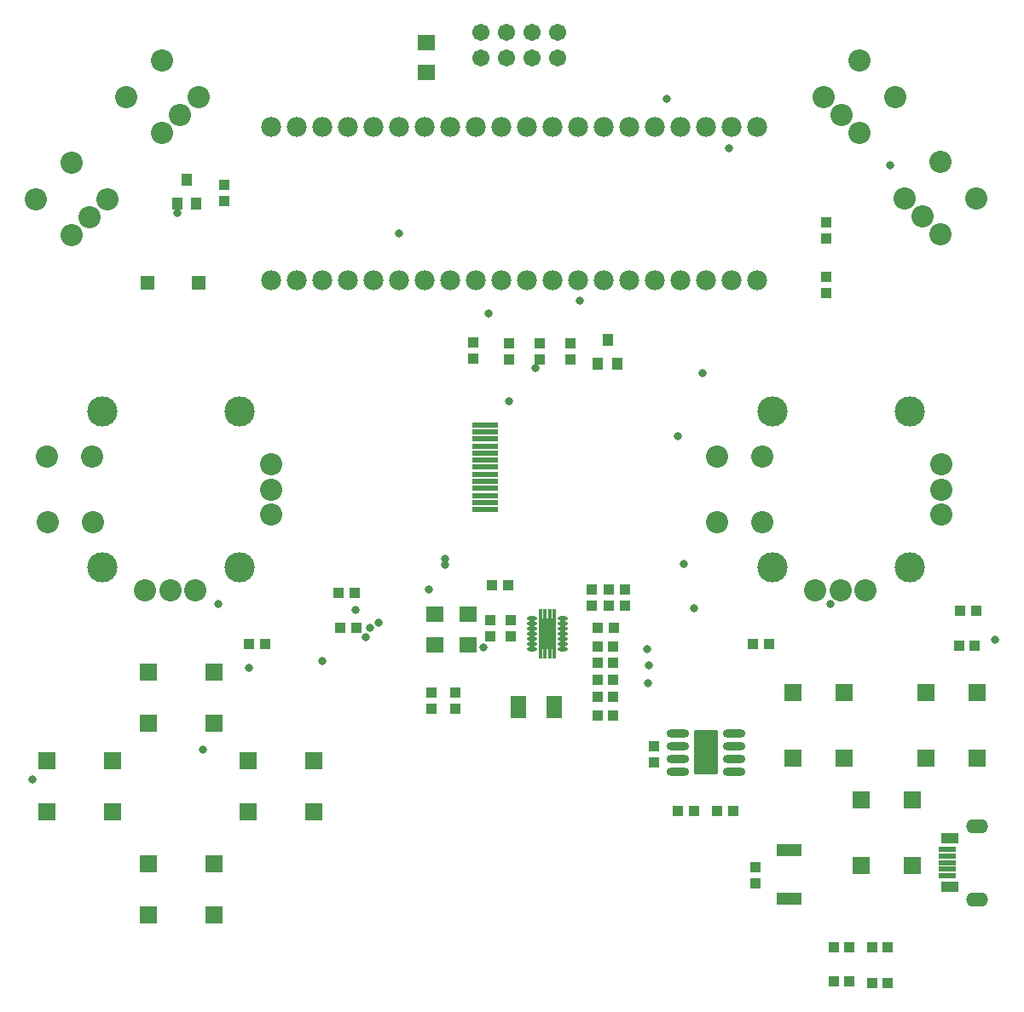
<source format=gts>
G04 Layer_Color=7286632*
%FSLAX25Y25*%
%MOIN*%
G70*
G01*
G75*
%ADD85R,0.03950X0.03950*%
%ADD86R,0.03950X0.03950*%
%ADD87R,0.07099X0.06312*%
%ADD88R,0.02060X0.04737*%
%ADD89R,0.09855X0.02178*%
%ADD90R,0.01587X0.05800*%
%ADD91R,0.07021X0.12300*%
%ADD92O,0.03800X0.01800*%
%ADD93R,0.04343X0.04540*%
%ADD94R,0.04343X0.04540*%
%ADD95R,0.06706X0.02375*%
%ADD96R,0.06312X0.08674*%
G04:AMPARAMS|DCode=97|XSize=94.61mil|YSize=173.35mil|CornerRadius=8.33mil|HoleSize=0mil|Usage=FLASHONLY|Rotation=180.000|XOffset=0mil|YOffset=0mil|HoleType=Round|Shape=RoundedRectangle|*
%AMROUNDEDRECTD97*
21,1,0.09461,0.15669,0,0,180.0*
21,1,0.07795,0.17335,0,0,180.0*
1,1,0.01666,-0.03898,0.07835*
1,1,0.01666,0.03898,0.07835*
1,1,0.01666,0.03898,-0.07835*
1,1,0.01666,-0.03898,-0.07835*
%
%ADD97ROUNDEDRECTD97*%
%ADD98O,0.08800X0.03200*%
%ADD99R,0.07000X0.07000*%
%ADD100C,0.07800*%
%ADD101C,0.06706*%
%ADD102C,0.01981*%
%ADD103C,0.08674*%
%ADD104O,0.08674X0.05524*%
%ADD105R,0.06706X0.03950*%
%ADD106R,0.07000X0.07000*%
%ADD107C,0.11824*%
%ADD108R,0.05524X0.05524*%
%ADD109C,0.03200*%
D85*
X904600Y198650D02*
D03*
Y204950D02*
D03*
X972000Y410150D02*
D03*
Y403850D02*
D03*
X736500Y424650D02*
D03*
Y418350D02*
D03*
X848000Y362650D02*
D03*
Y356350D02*
D03*
X860000Y362650D02*
D03*
Y356350D02*
D03*
X872000Y362650D02*
D03*
Y356350D02*
D03*
X827000Y226150D02*
D03*
Y219850D02*
D03*
X817500Y226150D02*
D03*
Y219850D02*
D03*
X972000Y382350D02*
D03*
Y388650D02*
D03*
X944400Y151450D02*
D03*
Y157750D02*
D03*
X834000Y356850D02*
D03*
Y363150D02*
D03*
X848703Y248051D02*
D03*
Y254350D02*
D03*
X840728Y248051D02*
D03*
Y254350D02*
D03*
X893400Y260101D02*
D03*
Y266400D02*
D03*
X887000Y260101D02*
D03*
Y266400D02*
D03*
X880400Y260101D02*
D03*
Y266400D02*
D03*
D86*
X888800Y237700D02*
D03*
X882501D02*
D03*
X888800Y231200D02*
D03*
X882501D02*
D03*
Y224500D02*
D03*
X888800D02*
D03*
X882501Y217100D02*
D03*
X888800D02*
D03*
X888900Y251300D02*
D03*
X882601D02*
D03*
X882501Y244200D02*
D03*
X888800D02*
D03*
X1030500Y258000D02*
D03*
X1024201D02*
D03*
X1023850Y244500D02*
D03*
X1030150D02*
D03*
X943350Y245000D02*
D03*
X949650D02*
D03*
X841350Y268000D02*
D03*
X847650D02*
D03*
X782000Y251500D02*
D03*
X788299D02*
D03*
X781350Y265000D02*
D03*
X787650D02*
D03*
X746350Y245000D02*
D03*
X752650D02*
D03*
X920250Y179600D02*
D03*
X913950D02*
D03*
X935750D02*
D03*
X929450D02*
D03*
X974850Y126500D02*
D03*
X981150D02*
D03*
X974850Y113000D02*
D03*
X981150D02*
D03*
X989850Y126500D02*
D03*
X996150D02*
D03*
X989850Y112500D02*
D03*
X996150D02*
D03*
D87*
X832000Y256668D02*
D03*
Y244857D02*
D03*
X819025Y256668D02*
D03*
Y244857D02*
D03*
X815700Y468594D02*
D03*
Y480406D02*
D03*
D88*
X953600Y164398D02*
D03*
X955569D02*
D03*
X957537D02*
D03*
X959506D02*
D03*
X961474D02*
D03*
Y145500D02*
D03*
X959506D02*
D03*
X957537D02*
D03*
X955569D02*
D03*
X953600D02*
D03*
D89*
X838500Y308744D02*
D03*
Y330791D02*
D03*
Y305988D02*
D03*
Y303232D02*
D03*
Y311500D02*
D03*
Y314256D02*
D03*
Y317012D02*
D03*
Y319768D02*
D03*
Y322524D02*
D03*
Y328035D02*
D03*
Y325280D02*
D03*
Y300476D02*
D03*
Y297720D02*
D03*
D90*
X860283Y256000D02*
D03*
X862094D02*
D03*
X863906D02*
D03*
X865717D02*
D03*
X863906Y242000D02*
D03*
X862094D02*
D03*
X860283D02*
D03*
X865717D02*
D03*
D91*
X863000Y249000D02*
D03*
D92*
X857000Y251000D02*
D03*
Y253000D02*
D03*
Y255000D02*
D03*
Y249000D02*
D03*
Y247000D02*
D03*
Y245000D02*
D03*
Y243000D02*
D03*
X869000D02*
D03*
Y245000D02*
D03*
Y247000D02*
D03*
Y249000D02*
D03*
Y255000D02*
D03*
Y253000D02*
D03*
Y251000D02*
D03*
D93*
X718260Y417374D02*
D03*
X722000Y426626D02*
D03*
X882760Y354874D02*
D03*
X886500Y364126D02*
D03*
D94*
X725740Y417374D02*
D03*
X890240Y354874D02*
D03*
D95*
X1019409Y154382D02*
D03*
Y156941D02*
D03*
Y159500D02*
D03*
Y162059D02*
D03*
Y164618D02*
D03*
D96*
X851513Y220300D02*
D03*
X865687D02*
D03*
D97*
X925100Y202600D02*
D03*
D98*
X936100Y195000D02*
D03*
Y200000D02*
D03*
Y205000D02*
D03*
Y210000D02*
D03*
X914100Y195000D02*
D03*
Y205000D02*
D03*
Y210000D02*
D03*
Y200000D02*
D03*
D99*
X985800Y158509D02*
D03*
Y184100D02*
D03*
X1005800Y158509D02*
D03*
Y184100D02*
D03*
X958900Y200409D02*
D03*
Y226000D02*
D03*
X978900Y200409D02*
D03*
Y226000D02*
D03*
X1011000Y200409D02*
D03*
Y226000D02*
D03*
X1031000Y200409D02*
D03*
Y226000D02*
D03*
D100*
X945000Y387500D02*
D03*
X935000D02*
D03*
X925000D02*
D03*
X755000Y447500D02*
D03*
X765000D02*
D03*
X775000D02*
D03*
X915000Y387500D02*
D03*
X905000D02*
D03*
X895000D02*
D03*
X885000D02*
D03*
X875000D02*
D03*
X865000D02*
D03*
X855000D02*
D03*
X845000D02*
D03*
X835000D02*
D03*
X825000D02*
D03*
X815000D02*
D03*
X805000D02*
D03*
X795000D02*
D03*
X785000D02*
D03*
X775000D02*
D03*
X765000D02*
D03*
X755000D02*
D03*
X785000Y447500D02*
D03*
X795000D02*
D03*
X805000D02*
D03*
X815000D02*
D03*
X825000D02*
D03*
X835000D02*
D03*
X845000D02*
D03*
X855000D02*
D03*
X865000D02*
D03*
X875000D02*
D03*
X885000D02*
D03*
X895000D02*
D03*
X905000D02*
D03*
X915000D02*
D03*
X925000D02*
D03*
X935000D02*
D03*
X945000D02*
D03*
D101*
X837000Y474500D02*
D03*
Y484500D02*
D03*
X847000Y474500D02*
D03*
Y484500D02*
D03*
X857000Y474500D02*
D03*
Y484500D02*
D03*
X867000Y474500D02*
D03*
Y484500D02*
D03*
D102*
X863000Y252000D02*
D03*
Y249000D02*
D03*
X865000Y253500D02*
D03*
X861000D02*
D03*
Y250500D02*
D03*
X865000D02*
D03*
X861000Y244500D02*
D03*
X865000D02*
D03*
X863000Y246000D02*
D03*
X861000Y247500D02*
D03*
X865000D02*
D03*
D103*
X691139Y419139D02*
D03*
X684000Y412000D02*
D03*
X676997Y404997D02*
D03*
X662855Y419139D02*
D03*
X676997Y433281D02*
D03*
X712429Y473284D02*
D03*
X698287Y459142D02*
D03*
X712429Y445000D02*
D03*
X719432Y452003D02*
D03*
X726571Y459142D02*
D03*
X985000Y445000D02*
D03*
X977861Y452139D02*
D03*
X970858Y459142D02*
D03*
X985000Y473284D02*
D03*
X999142Y459142D02*
D03*
X1016870Y305500D02*
D03*
Y315343D02*
D03*
Y295657D02*
D03*
X987343Y266130D02*
D03*
X967657D02*
D03*
X977500D02*
D03*
X929200Y318400D02*
D03*
X946917D02*
D03*
X947100Y292609D02*
D03*
X929383D02*
D03*
X755000Y305500D02*
D03*
Y315343D02*
D03*
Y295657D02*
D03*
X725472Y266130D02*
D03*
X705787D02*
D03*
X715630D02*
D03*
X667330Y318400D02*
D03*
X685046D02*
D03*
X685230Y292609D02*
D03*
X667513D02*
D03*
X1030781Y419571D02*
D03*
X1016639Y433713D02*
D03*
X1002497Y419571D02*
D03*
X1009500Y412568D02*
D03*
X1016639Y405429D02*
D03*
D104*
X1030827Y173772D02*
D03*
Y145228D02*
D03*
D105*
X1020394Y169047D02*
D03*
Y149953D02*
D03*
D106*
X693000Y179500D02*
D03*
X667409D02*
D03*
X693000Y199500D02*
D03*
X667409D02*
D03*
X732591Y214000D02*
D03*
X707000D02*
D03*
X732591Y234000D02*
D03*
X707000D02*
D03*
X771500Y179500D02*
D03*
X745909D02*
D03*
X771500Y199500D02*
D03*
X745909D02*
D03*
X732591Y139000D02*
D03*
X707000D02*
D03*
X732591Y159000D02*
D03*
X707000D02*
D03*
D107*
X951000Y336024D02*
D03*
X1004500D02*
D03*
X951000Y275000D02*
D03*
X1004500D02*
D03*
X689130Y336024D02*
D03*
X742630D02*
D03*
X689130Y275000D02*
D03*
X742630D02*
D03*
D108*
X706500Y386500D02*
D03*
X726500D02*
D03*
D109*
X746280Y235840D02*
D03*
X920300Y259200D02*
D03*
X774900Y238500D02*
D03*
X823000Y278300D02*
D03*
X791900Y247600D02*
D03*
X823000Y276000D02*
D03*
X973500Y260700D02*
D03*
X916400Y276400D02*
D03*
X914000Y326300D02*
D03*
X909500Y458500D02*
D03*
X997000Y432500D02*
D03*
X840000Y374500D02*
D03*
X848000Y340100D02*
D03*
X934000Y439200D02*
D03*
X805000Y405800D02*
D03*
X858300Y353200D02*
D03*
X875800Y379300D02*
D03*
X816600Y266500D02*
D03*
X793500Y251500D02*
D03*
X1038100Y246700D02*
D03*
X923500Y351100D02*
D03*
X718260Y413700D02*
D03*
X728300Y203800D02*
D03*
X902600Y236600D02*
D03*
X837900Y243800D02*
D03*
X788000Y258500D02*
D03*
X797000Y253500D02*
D03*
X734200Y260800D02*
D03*
X902000Y243100D02*
D03*
X902300Y229900D02*
D03*
X661500Y192000D02*
D03*
M02*

</source>
